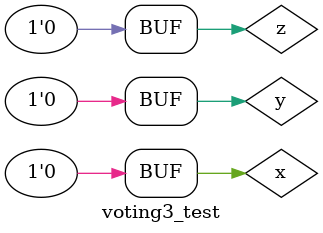
<source format=v>
`timescale 1ns / 1ps


module voting3_test();
        reg  x,y,z;
        wire F;
        voting3 t0(
        .a(x),
        .b(y),
        .c(z),
        .f(F)
        );
        initial
        begin
        
            x=0;y=0;z=0;
            repeat(8)
            #10 {x,y,z}={x,y,z}+1;
         end
endmodule

</source>
